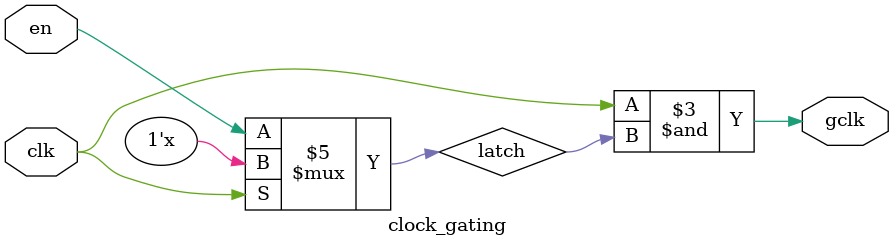
<source format=v>
module clock_gating (
    input  wire clk,
    input  wire en,
    output wire gclk
);
    reg latch;
    always @(clk or en)
        if (!clk) latch = en;  // latch enable only when clk=0
    assign gclk = clk & latch;
endmodule

</source>
